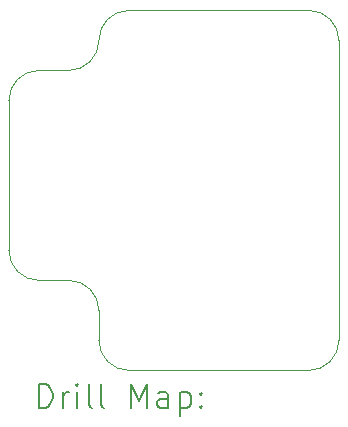
<source format=gbr>
%TF.GenerationSoftware,KiCad,Pcbnew,7.0.9*%
%TF.CreationDate,2023-11-25T22:17:55-08:00*%
%TF.ProjectId,supermicro-ATX-PCB,73757065-726d-4696-9372-6f2d4154582d,rev?*%
%TF.SameCoordinates,Original*%
%TF.FileFunction,Drillmap*%
%TF.FilePolarity,Positive*%
%FSLAX45Y45*%
G04 Gerber Fmt 4.5, Leading zero omitted, Abs format (unit mm)*
G04 Created by KiCad (PCBNEW 7.0.9) date 2023-11-25 22:17:55*
%MOMM*%
%LPD*%
G01*
G04 APERTURE LIST*
%ADD10C,0.100000*%
%ADD11C,0.200000*%
G04 APERTURE END LIST*
D10*
X10033000Y-8255000D02*
X10287000Y-8255000D01*
X12319000Y-9017000D02*
G75*
G03*
X12573000Y-8763000I0J254000D01*
G01*
X12319000Y-5969000D02*
X10795000Y-5969000D01*
X10033000Y-6477000D02*
X10287000Y-6477000D01*
X10541000Y-8509000D02*
X10541000Y-8763000D01*
X10541000Y-8763000D02*
G75*
G03*
X10795000Y-9017000I254000J0D01*
G01*
X9779000Y-8001000D02*
G75*
G03*
X10033000Y-8255000I254000J0D01*
G01*
X9779000Y-8001000D02*
X9779000Y-6731000D01*
X10795000Y-5969000D02*
G75*
G03*
X10541000Y-6223000I0J-254000D01*
G01*
X12573000Y-6223000D02*
X12573000Y-8763000D01*
X10287000Y-6477000D02*
G75*
G03*
X10541000Y-6223000I0J254000D01*
G01*
X10541000Y-8509000D02*
G75*
G03*
X10287000Y-8255000I-254000J0D01*
G01*
X12319000Y-9017000D02*
X10795000Y-9017000D01*
X12573000Y-6223000D02*
G75*
G03*
X12319000Y-5969000I-254000J0D01*
G01*
X10033000Y-6477000D02*
G75*
G03*
X9779000Y-6731000I0J-254000D01*
G01*
D11*
X10034777Y-9333484D02*
X10034777Y-9133484D01*
X10034777Y-9133484D02*
X10082396Y-9133484D01*
X10082396Y-9133484D02*
X10110967Y-9143008D01*
X10110967Y-9143008D02*
X10130015Y-9162055D01*
X10130015Y-9162055D02*
X10139539Y-9181103D01*
X10139539Y-9181103D02*
X10149063Y-9219198D01*
X10149063Y-9219198D02*
X10149063Y-9247770D01*
X10149063Y-9247770D02*
X10139539Y-9285865D01*
X10139539Y-9285865D02*
X10130015Y-9304912D01*
X10130015Y-9304912D02*
X10110967Y-9323960D01*
X10110967Y-9323960D02*
X10082396Y-9333484D01*
X10082396Y-9333484D02*
X10034777Y-9333484D01*
X10234777Y-9333484D02*
X10234777Y-9200150D01*
X10234777Y-9238246D02*
X10244301Y-9219198D01*
X10244301Y-9219198D02*
X10253824Y-9209674D01*
X10253824Y-9209674D02*
X10272872Y-9200150D01*
X10272872Y-9200150D02*
X10291920Y-9200150D01*
X10358586Y-9333484D02*
X10358586Y-9200150D01*
X10358586Y-9133484D02*
X10349063Y-9143008D01*
X10349063Y-9143008D02*
X10358586Y-9152531D01*
X10358586Y-9152531D02*
X10368110Y-9143008D01*
X10368110Y-9143008D02*
X10358586Y-9133484D01*
X10358586Y-9133484D02*
X10358586Y-9152531D01*
X10482396Y-9333484D02*
X10463348Y-9323960D01*
X10463348Y-9323960D02*
X10453824Y-9304912D01*
X10453824Y-9304912D02*
X10453824Y-9133484D01*
X10587158Y-9333484D02*
X10568110Y-9323960D01*
X10568110Y-9323960D02*
X10558586Y-9304912D01*
X10558586Y-9304912D02*
X10558586Y-9133484D01*
X10815729Y-9333484D02*
X10815729Y-9133484D01*
X10815729Y-9133484D02*
X10882396Y-9276341D01*
X10882396Y-9276341D02*
X10949063Y-9133484D01*
X10949063Y-9133484D02*
X10949063Y-9333484D01*
X11130015Y-9333484D02*
X11130015Y-9228722D01*
X11130015Y-9228722D02*
X11120491Y-9209674D01*
X11120491Y-9209674D02*
X11101444Y-9200150D01*
X11101444Y-9200150D02*
X11063348Y-9200150D01*
X11063348Y-9200150D02*
X11044301Y-9209674D01*
X11130015Y-9323960D02*
X11110967Y-9333484D01*
X11110967Y-9333484D02*
X11063348Y-9333484D01*
X11063348Y-9333484D02*
X11044301Y-9323960D01*
X11044301Y-9323960D02*
X11034777Y-9304912D01*
X11034777Y-9304912D02*
X11034777Y-9285865D01*
X11034777Y-9285865D02*
X11044301Y-9266817D01*
X11044301Y-9266817D02*
X11063348Y-9257293D01*
X11063348Y-9257293D02*
X11110967Y-9257293D01*
X11110967Y-9257293D02*
X11130015Y-9247770D01*
X11225253Y-9200150D02*
X11225253Y-9400150D01*
X11225253Y-9209674D02*
X11244301Y-9200150D01*
X11244301Y-9200150D02*
X11282396Y-9200150D01*
X11282396Y-9200150D02*
X11301443Y-9209674D01*
X11301443Y-9209674D02*
X11310967Y-9219198D01*
X11310967Y-9219198D02*
X11320491Y-9238246D01*
X11320491Y-9238246D02*
X11320491Y-9295389D01*
X11320491Y-9295389D02*
X11310967Y-9314436D01*
X11310967Y-9314436D02*
X11301443Y-9323960D01*
X11301443Y-9323960D02*
X11282396Y-9333484D01*
X11282396Y-9333484D02*
X11244301Y-9333484D01*
X11244301Y-9333484D02*
X11225253Y-9323960D01*
X11406205Y-9314436D02*
X11415729Y-9323960D01*
X11415729Y-9323960D02*
X11406205Y-9333484D01*
X11406205Y-9333484D02*
X11396682Y-9323960D01*
X11396682Y-9323960D02*
X11406205Y-9314436D01*
X11406205Y-9314436D02*
X11406205Y-9333484D01*
X11406205Y-9209674D02*
X11415729Y-9219198D01*
X11415729Y-9219198D02*
X11406205Y-9228722D01*
X11406205Y-9228722D02*
X11396682Y-9219198D01*
X11396682Y-9219198D02*
X11406205Y-9209674D01*
X11406205Y-9209674D02*
X11406205Y-9228722D01*
M02*

</source>
